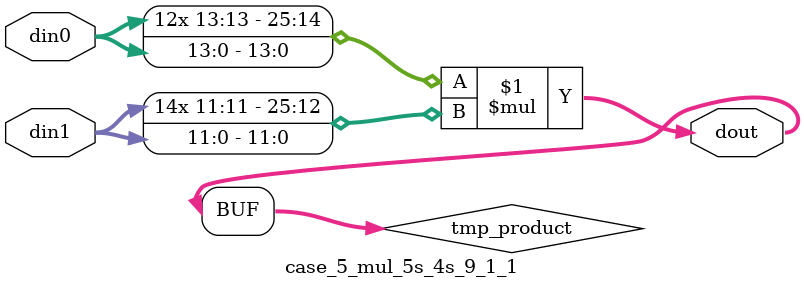
<source format=v>

`timescale 1 ns / 1 ps

 (* use_dsp = "no" *)  module case_5_mul_5s_4s_9_1_1(din0, din1, dout);
parameter ID = 1;
parameter NUM_STAGE = 0;
parameter din0_WIDTH = 14;
parameter din1_WIDTH = 12;
parameter dout_WIDTH = 26;

input [din0_WIDTH - 1 : 0] din0; 
input [din1_WIDTH - 1 : 0] din1; 
output [dout_WIDTH - 1 : 0] dout;

wire signed [dout_WIDTH - 1 : 0] tmp_product;



























assign tmp_product = $signed(din0) * $signed(din1);








assign dout = tmp_product;





















endmodule

</source>
